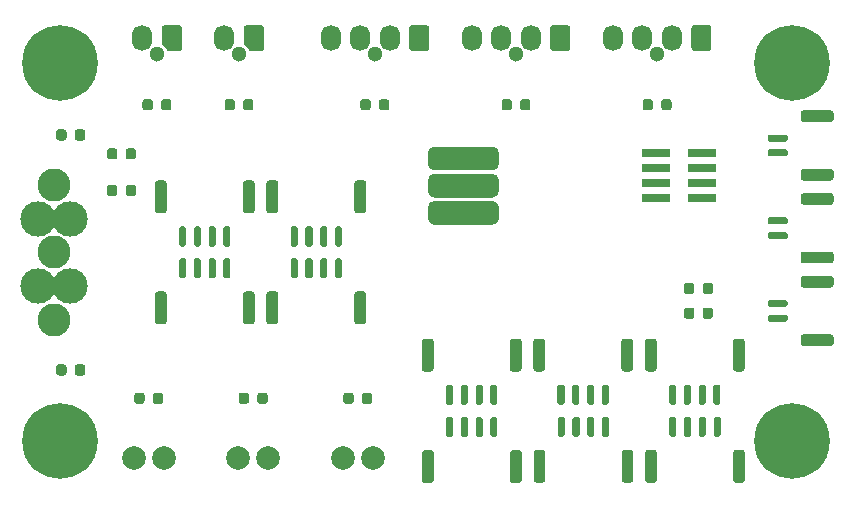
<source format=gbs>
%TF.GenerationSoftware,KiCad,Pcbnew,5.1.12-84ad8e8a86~92~ubuntu20.04.1*%
%TF.CreationDate,2021-12-19T14:53:55+01:00*%
%TF.ProjectId,uHoubolt_PCB_ECU,75486f75-626f-46c7-945f-5043425f4543,rev?*%
%TF.SameCoordinates,PX7270e00PY4c4b400*%
%TF.FileFunction,Soldermask,Bot*%
%TF.FilePolarity,Negative*%
%FSLAX46Y46*%
G04 Gerber Fmt 4.6, Leading zero omitted, Abs format (unit mm)*
G04 Created by KiCad (PCBNEW 5.1.12-84ad8e8a86~92~ubuntu20.04.1) date 2021-12-19 14:53:55*
%MOMM*%
%LPD*%
G01*
G04 APERTURE LIST*
%ADD10C,0.500000*%
%ADD11C,3.000000*%
%ADD12C,2.800000*%
%ADD13C,1.300000*%
%ADD14O,1.700000X2.200000*%
%ADD15C,0.100000*%
%ADD16C,2.000000*%
%ADD17C,0.800000*%
%ADD18C,6.400000*%
%ADD19R,2.400000X0.740000*%
G04 APERTURE END LIST*
D10*
%TO.C,JP2*%
X37100000Y-16650000D03*
X40600000Y-16650000D03*
X39200000Y-16650000D03*
X37100000Y-15950000D03*
X40600000Y-17350000D03*
X39900000Y-16650000D03*
X39200000Y-15950000D03*
X35700000Y-16650000D03*
X35700000Y-17350000D03*
X38500000Y-17350000D03*
X37800000Y-17350000D03*
X37100000Y-17350000D03*
X36400000Y-17350000D03*
X38500000Y-16650000D03*
X37800000Y-16650000D03*
X36400000Y-15950000D03*
X36400000Y-16650000D03*
X39900000Y-17350000D03*
X39200000Y-17350000D03*
X35700000Y-15950000D03*
X39900000Y-15950000D03*
X38500000Y-15950000D03*
X40600000Y-15950000D03*
X37800000Y-15950000D03*
X37800000Y-14350000D03*
X40600000Y-15050000D03*
X37100000Y-13650000D03*
X39200000Y-14350000D03*
X40600000Y-14350000D03*
X37100000Y-14350000D03*
X36400000Y-13650000D03*
X36400000Y-14350000D03*
X39900000Y-14350000D03*
X36400000Y-15050000D03*
X37100000Y-15050000D03*
X37800000Y-15050000D03*
X38500000Y-15050000D03*
X35700000Y-15050000D03*
X35700000Y-14350000D03*
X39200000Y-13650000D03*
X38500000Y-14350000D03*
X37800000Y-13650000D03*
X40600000Y-13650000D03*
X38500000Y-13650000D03*
X39900000Y-13650000D03*
X35700000Y-13650000D03*
X39200000Y-15050000D03*
X39900000Y-15050000D03*
G36*
G01*
X41150000Y-16150000D02*
X41150000Y-17150000D01*
G75*
G02*
X40650000Y-17650000I-500000J0D01*
G01*
X35650000Y-17650000D01*
G75*
G02*
X35150000Y-17150000I0J500000D01*
G01*
X35150000Y-16150000D01*
G75*
G02*
X35650000Y-15650000I500000J0D01*
G01*
X40650000Y-15650000D01*
G75*
G02*
X41150000Y-16150000I0J-500000D01*
G01*
G37*
G36*
G01*
X41150000Y-11550000D02*
X41150000Y-12550000D01*
G75*
G02*
X40650000Y-13050000I-500000J0D01*
G01*
X35650000Y-13050000D01*
G75*
G02*
X35150000Y-12550000I0J500000D01*
G01*
X35150000Y-11550000D01*
G75*
G02*
X35650000Y-11050000I500000J0D01*
G01*
X40650000Y-11050000D01*
G75*
G02*
X41150000Y-11550000I0J-500000D01*
G01*
G37*
G36*
G01*
X41150000Y-13850000D02*
X41150000Y-14850000D01*
G75*
G02*
X40650000Y-15350000I-500000J0D01*
G01*
X35650000Y-15350000D01*
G75*
G02*
X35150000Y-14850000I0J500000D01*
G01*
X35150000Y-13850000D01*
G75*
G02*
X35650000Y-13350000I500000J0D01*
G01*
X40650000Y-13350000D01*
G75*
G02*
X41150000Y-13850000I0J-500000D01*
G01*
G37*
%TD*%
D11*
%TO.C,J1*%
X2160000Y-17150000D03*
X2160000Y-22850000D03*
X4840000Y-17150000D03*
X4840000Y-22850000D03*
D12*
X3500000Y-14300000D03*
X3500000Y-25700000D03*
X3500000Y-20000000D03*
%TD*%
D13*
%TO.C,J19*%
X42600000Y-3190000D03*
D14*
X38850000Y-1850000D03*
X41350000Y-1850000D03*
X43850000Y-1850000D03*
G36*
G01*
X46950000Y-2950000D02*
X45750000Y-2950000D01*
G75*
G02*
X45500000Y-2700000I0J250000D01*
G01*
X45500000Y-1000000D01*
G75*
G02*
X45750000Y-750000I250000J0D01*
G01*
X46950000Y-750000D01*
G75*
G02*
X47200000Y-1000000I0J-250000D01*
G01*
X47200000Y-2700000D01*
G75*
G02*
X46950000Y-2950000I-250000J0D01*
G01*
G37*
%TD*%
D13*
%TO.C,J18*%
X30650000Y-3190000D03*
D14*
X26900000Y-1850000D03*
X29400000Y-1850000D03*
X31900000Y-1850000D03*
G36*
G01*
X35000000Y-2950000D02*
X33800000Y-2950000D01*
G75*
G02*
X33550000Y-2700000I0J250000D01*
G01*
X33550000Y-1000000D01*
G75*
G02*
X33800000Y-750000I250000J0D01*
G01*
X35000000Y-750000D01*
G75*
G02*
X35250000Y-1000000I0J-250000D01*
G01*
X35250000Y-2700000D01*
G75*
G02*
X35000000Y-2950000I-250000J0D01*
G01*
G37*
%TD*%
D13*
%TO.C,J9*%
X54550000Y-3190000D03*
D14*
X50800000Y-1850000D03*
X53300000Y-1850000D03*
X55800000Y-1850000D03*
G36*
G01*
X58900000Y-2950000D02*
X57700000Y-2950000D01*
G75*
G02*
X57450000Y-2700000I0J250000D01*
G01*
X57450000Y-1000000D01*
G75*
G02*
X57700000Y-750000I250000J0D01*
G01*
X58900000Y-750000D01*
G75*
G02*
X59150000Y-1000000I0J-250000D01*
G01*
X59150000Y-2700000D01*
G75*
G02*
X58900000Y-2950000I-250000J0D01*
G01*
G37*
%TD*%
D13*
%TO.C,J20*%
X19160000Y-3190000D03*
D14*
X17910000Y-1850000D03*
D15*
G36*
X19564804Y-951227D02*
G01*
X19579030Y-904329D01*
X19602133Y-861107D01*
X19633223Y-823223D01*
X19671107Y-792133D01*
X19714329Y-769030D01*
X19761227Y-754804D01*
X19810000Y-750000D01*
X21010000Y-750000D01*
X21058773Y-754804D01*
X21105671Y-769030D01*
X21148893Y-792133D01*
X21186777Y-823223D01*
X21217867Y-861107D01*
X21240970Y-904329D01*
X21255196Y-951227D01*
X21260000Y-1000000D01*
X21260000Y-2700000D01*
X21255196Y-2748773D01*
X21240970Y-2795671D01*
X21217867Y-2838893D01*
X21186777Y-2876777D01*
X21148893Y-2907867D01*
X21105671Y-2930970D01*
X21058773Y-2945196D01*
X21010000Y-2950000D01*
X20210000Y-2950000D01*
X20161227Y-2945196D01*
X20114329Y-2930970D01*
X20071107Y-2907867D01*
X20033223Y-2876777D01*
X19633223Y-2476777D01*
X19602133Y-2438893D01*
X19579030Y-2395671D01*
X19564804Y-2348773D01*
X19560000Y-2300000D01*
X19560000Y-1000000D01*
X19564804Y-951227D01*
G37*
%TD*%
D13*
%TO.C,J10*%
X12210000Y-3190000D03*
D14*
X10960000Y-1850000D03*
D15*
G36*
X12614804Y-951227D02*
G01*
X12629030Y-904329D01*
X12652133Y-861107D01*
X12683223Y-823223D01*
X12721107Y-792133D01*
X12764329Y-769030D01*
X12811227Y-754804D01*
X12860000Y-750000D01*
X14060000Y-750000D01*
X14108773Y-754804D01*
X14155671Y-769030D01*
X14198893Y-792133D01*
X14236777Y-823223D01*
X14267867Y-861107D01*
X14290970Y-904329D01*
X14305196Y-951227D01*
X14310000Y-1000000D01*
X14310000Y-2700000D01*
X14305196Y-2748773D01*
X14290970Y-2795671D01*
X14267867Y-2838893D01*
X14236777Y-2876777D01*
X14198893Y-2907867D01*
X14155671Y-2930970D01*
X14108773Y-2945196D01*
X14060000Y-2950000D01*
X13260000Y-2950000D01*
X13211227Y-2945196D01*
X13164329Y-2930970D01*
X13121107Y-2907867D01*
X13083223Y-2876777D01*
X12683223Y-2476777D01*
X12652133Y-2438893D01*
X12629030Y-2395671D01*
X12614804Y-2348773D01*
X12610000Y-2300000D01*
X12610000Y-1000000D01*
X12614804Y-951227D01*
G37*
%TD*%
D16*
%TO.C,J22*%
X12770000Y-37400000D03*
X10230000Y-37400000D03*
%TD*%
%TO.C,J21*%
X21620000Y-37400000D03*
X19080000Y-37400000D03*
%TD*%
%TO.C,J11*%
X30470000Y-37400000D03*
X27930000Y-37400000D03*
%TD*%
%TO.C,D17*%
G36*
G01*
X9550000Y-11906250D02*
X9550000Y-11393750D01*
G75*
G02*
X9768750Y-11175000I218750J0D01*
G01*
X10206250Y-11175000D01*
G75*
G02*
X10425000Y-11393750I0J-218750D01*
G01*
X10425000Y-11906250D01*
G75*
G02*
X10206250Y-12125000I-218750J0D01*
G01*
X9768750Y-12125000D01*
G75*
G02*
X9550000Y-11906250I0J218750D01*
G01*
G37*
G36*
G01*
X7975000Y-11906250D02*
X7975000Y-11393750D01*
G75*
G02*
X8193750Y-11175000I218750J0D01*
G01*
X8631250Y-11175000D01*
G75*
G02*
X8850000Y-11393750I0J-218750D01*
G01*
X8850000Y-11906250D01*
G75*
G02*
X8631250Y-12125000I-218750J0D01*
G01*
X8193750Y-12125000D01*
G75*
G02*
X7975000Y-11906250I0J218750D01*
G01*
G37*
%TD*%
%TO.C,D3*%
G36*
G01*
X9550000Y-15006250D02*
X9550000Y-14493750D01*
G75*
G02*
X9768750Y-14275000I218750J0D01*
G01*
X10206250Y-14275000D01*
G75*
G02*
X10425000Y-14493750I0J-218750D01*
G01*
X10425000Y-15006250D01*
G75*
G02*
X10206250Y-15225000I-218750J0D01*
G01*
X9768750Y-15225000D01*
G75*
G02*
X9550000Y-15006250I0J218750D01*
G01*
G37*
G36*
G01*
X7975000Y-15006250D02*
X7975000Y-14493750D01*
G75*
G02*
X8193750Y-14275000I218750J0D01*
G01*
X8631250Y-14275000D01*
G75*
G02*
X8850000Y-14493750I0J-218750D01*
G01*
X8850000Y-15006250D01*
G75*
G02*
X8631250Y-15225000I-218750J0D01*
G01*
X8193750Y-15225000D01*
G75*
G02*
X7975000Y-15006250I0J218750D01*
G01*
G37*
%TD*%
%TO.C,D16*%
G36*
G01*
X42950000Y-7756250D02*
X42950000Y-7243750D01*
G75*
G02*
X43168750Y-7025000I218750J0D01*
G01*
X43606250Y-7025000D01*
G75*
G02*
X43825000Y-7243750I0J-218750D01*
G01*
X43825000Y-7756250D01*
G75*
G02*
X43606250Y-7975000I-218750J0D01*
G01*
X43168750Y-7975000D01*
G75*
G02*
X42950000Y-7756250I0J218750D01*
G01*
G37*
G36*
G01*
X41375000Y-7756250D02*
X41375000Y-7243750D01*
G75*
G02*
X41593750Y-7025000I218750J0D01*
G01*
X42031250Y-7025000D01*
G75*
G02*
X42250000Y-7243750I0J-218750D01*
G01*
X42250000Y-7756250D01*
G75*
G02*
X42031250Y-7975000I-218750J0D01*
G01*
X41593750Y-7975000D01*
G75*
G02*
X41375000Y-7756250I0J218750D01*
G01*
G37*
%TD*%
%TO.C,D15*%
G36*
G01*
X31000000Y-7756250D02*
X31000000Y-7243750D01*
G75*
G02*
X31218750Y-7025000I218750J0D01*
G01*
X31656250Y-7025000D01*
G75*
G02*
X31875000Y-7243750I0J-218750D01*
G01*
X31875000Y-7756250D01*
G75*
G02*
X31656250Y-7975000I-218750J0D01*
G01*
X31218750Y-7975000D01*
G75*
G02*
X31000000Y-7756250I0J218750D01*
G01*
G37*
G36*
G01*
X29425000Y-7756250D02*
X29425000Y-7243750D01*
G75*
G02*
X29643750Y-7025000I218750J0D01*
G01*
X30081250Y-7025000D01*
G75*
G02*
X30300000Y-7243750I0J-218750D01*
G01*
X30300000Y-7756250D01*
G75*
G02*
X30081250Y-7975000I-218750J0D01*
G01*
X29643750Y-7975000D01*
G75*
G02*
X29425000Y-7756250I0J218750D01*
G01*
G37*
%TD*%
%TO.C,D14*%
G36*
G01*
X54900000Y-7756250D02*
X54900000Y-7243750D01*
G75*
G02*
X55118750Y-7025000I218750J0D01*
G01*
X55556250Y-7025000D01*
G75*
G02*
X55775000Y-7243750I0J-218750D01*
G01*
X55775000Y-7756250D01*
G75*
G02*
X55556250Y-7975000I-218750J0D01*
G01*
X55118750Y-7975000D01*
G75*
G02*
X54900000Y-7756250I0J218750D01*
G01*
G37*
G36*
G01*
X53325000Y-7756250D02*
X53325000Y-7243750D01*
G75*
G02*
X53543750Y-7025000I218750J0D01*
G01*
X53981250Y-7025000D01*
G75*
G02*
X54200000Y-7243750I0J-218750D01*
G01*
X54200000Y-7756250D01*
G75*
G02*
X53981250Y-7975000I-218750J0D01*
G01*
X53543750Y-7975000D01*
G75*
G02*
X53325000Y-7756250I0J218750D01*
G01*
G37*
%TD*%
%TO.C,J23*%
G36*
G01*
X35625000Y-27550000D02*
X35625000Y-29850000D01*
G75*
G02*
X35375000Y-30100000I-250000J0D01*
G01*
X34875000Y-30100000D01*
G75*
G02*
X34625000Y-29850000I0J250000D01*
G01*
X34625000Y-27550000D01*
G75*
G02*
X34875000Y-27300000I250000J0D01*
G01*
X35375000Y-27300000D01*
G75*
G02*
X35625000Y-27550000I0J-250000D01*
G01*
G37*
G36*
G01*
X43075000Y-27550000D02*
X43075000Y-29850000D01*
G75*
G02*
X42825000Y-30100000I-250000J0D01*
G01*
X42325000Y-30100000D01*
G75*
G02*
X42075000Y-29850000I0J250000D01*
G01*
X42075000Y-27550000D01*
G75*
G02*
X42325000Y-27300000I250000J0D01*
G01*
X42825000Y-27300000D01*
G75*
G02*
X43075000Y-27550000I0J-250000D01*
G01*
G37*
G36*
G01*
X37275000Y-31350000D02*
X37275000Y-32750000D01*
G75*
G02*
X37125000Y-32900000I-150000J0D01*
G01*
X36825000Y-32900000D01*
G75*
G02*
X36675000Y-32750000I0J150000D01*
G01*
X36675000Y-31350000D01*
G75*
G02*
X36825000Y-31200000I150000J0D01*
G01*
X37125000Y-31200000D01*
G75*
G02*
X37275000Y-31350000I0J-150000D01*
G01*
G37*
G36*
G01*
X38525000Y-31350000D02*
X38525000Y-32750000D01*
G75*
G02*
X38375000Y-32900000I-150000J0D01*
G01*
X38075000Y-32900000D01*
G75*
G02*
X37925000Y-32750000I0J150000D01*
G01*
X37925000Y-31350000D01*
G75*
G02*
X38075000Y-31200000I150000J0D01*
G01*
X38375000Y-31200000D01*
G75*
G02*
X38525000Y-31350000I0J-150000D01*
G01*
G37*
G36*
G01*
X39775000Y-31350000D02*
X39775000Y-32750000D01*
G75*
G02*
X39625000Y-32900000I-150000J0D01*
G01*
X39325000Y-32900000D01*
G75*
G02*
X39175000Y-32750000I0J150000D01*
G01*
X39175000Y-31350000D01*
G75*
G02*
X39325000Y-31200000I150000J0D01*
G01*
X39625000Y-31200000D01*
G75*
G02*
X39775000Y-31350000I0J-150000D01*
G01*
G37*
G36*
G01*
X41025000Y-31350000D02*
X41025000Y-32750000D01*
G75*
G02*
X40875000Y-32900000I-150000J0D01*
G01*
X40575000Y-32900000D01*
G75*
G02*
X40425000Y-32750000I0J150000D01*
G01*
X40425000Y-31350000D01*
G75*
G02*
X40575000Y-31200000I150000J0D01*
G01*
X40875000Y-31200000D01*
G75*
G02*
X41025000Y-31350000I0J-150000D01*
G01*
G37*
%TD*%
%TO.C,J38*%
G36*
G01*
X19475000Y-25850000D02*
X19475000Y-23550000D01*
G75*
G02*
X19725000Y-23300000I250000J0D01*
G01*
X20225000Y-23300000D01*
G75*
G02*
X20475000Y-23550000I0J-250000D01*
G01*
X20475000Y-25850000D01*
G75*
G02*
X20225000Y-26100000I-250000J0D01*
G01*
X19725000Y-26100000D01*
G75*
G02*
X19475000Y-25850000I0J250000D01*
G01*
G37*
G36*
G01*
X12025000Y-25850000D02*
X12025000Y-23550000D01*
G75*
G02*
X12275000Y-23300000I250000J0D01*
G01*
X12775000Y-23300000D01*
G75*
G02*
X13025000Y-23550000I0J-250000D01*
G01*
X13025000Y-25850000D01*
G75*
G02*
X12775000Y-26100000I-250000J0D01*
G01*
X12275000Y-26100000D01*
G75*
G02*
X12025000Y-25850000I0J250000D01*
G01*
G37*
G36*
G01*
X17825000Y-22050000D02*
X17825000Y-20650000D01*
G75*
G02*
X17975000Y-20500000I150000J0D01*
G01*
X18275000Y-20500000D01*
G75*
G02*
X18425000Y-20650000I0J-150000D01*
G01*
X18425000Y-22050000D01*
G75*
G02*
X18275000Y-22200000I-150000J0D01*
G01*
X17975000Y-22200000D01*
G75*
G02*
X17825000Y-22050000I0J150000D01*
G01*
G37*
G36*
G01*
X16575000Y-22050000D02*
X16575000Y-20650000D01*
G75*
G02*
X16725000Y-20500000I150000J0D01*
G01*
X17025000Y-20500000D01*
G75*
G02*
X17175000Y-20650000I0J-150000D01*
G01*
X17175000Y-22050000D01*
G75*
G02*
X17025000Y-22200000I-150000J0D01*
G01*
X16725000Y-22200000D01*
G75*
G02*
X16575000Y-22050000I0J150000D01*
G01*
G37*
G36*
G01*
X15325000Y-22050000D02*
X15325000Y-20650000D01*
G75*
G02*
X15475000Y-20500000I150000J0D01*
G01*
X15775000Y-20500000D01*
G75*
G02*
X15925000Y-20650000I0J-150000D01*
G01*
X15925000Y-22050000D01*
G75*
G02*
X15775000Y-22200000I-150000J0D01*
G01*
X15475000Y-22200000D01*
G75*
G02*
X15325000Y-22050000I0J150000D01*
G01*
G37*
G36*
G01*
X14075000Y-22050000D02*
X14075000Y-20650000D01*
G75*
G02*
X14225000Y-20500000I150000J0D01*
G01*
X14525000Y-20500000D01*
G75*
G02*
X14675000Y-20650000I0J-150000D01*
G01*
X14675000Y-22050000D01*
G75*
G02*
X14525000Y-22200000I-150000J0D01*
G01*
X14225000Y-22200000D01*
G75*
G02*
X14075000Y-22050000I0J150000D01*
G01*
G37*
%TD*%
%TO.C,J37*%
G36*
G01*
X28925000Y-25850000D02*
X28925000Y-23550000D01*
G75*
G02*
X29175000Y-23300000I250000J0D01*
G01*
X29675000Y-23300000D01*
G75*
G02*
X29925000Y-23550000I0J-250000D01*
G01*
X29925000Y-25850000D01*
G75*
G02*
X29675000Y-26100000I-250000J0D01*
G01*
X29175000Y-26100000D01*
G75*
G02*
X28925000Y-25850000I0J250000D01*
G01*
G37*
G36*
G01*
X21475000Y-25850000D02*
X21475000Y-23550000D01*
G75*
G02*
X21725000Y-23300000I250000J0D01*
G01*
X22225000Y-23300000D01*
G75*
G02*
X22475000Y-23550000I0J-250000D01*
G01*
X22475000Y-25850000D01*
G75*
G02*
X22225000Y-26100000I-250000J0D01*
G01*
X21725000Y-26100000D01*
G75*
G02*
X21475000Y-25850000I0J250000D01*
G01*
G37*
G36*
G01*
X27275000Y-22050000D02*
X27275000Y-20650000D01*
G75*
G02*
X27425000Y-20500000I150000J0D01*
G01*
X27725000Y-20500000D01*
G75*
G02*
X27875000Y-20650000I0J-150000D01*
G01*
X27875000Y-22050000D01*
G75*
G02*
X27725000Y-22200000I-150000J0D01*
G01*
X27425000Y-22200000D01*
G75*
G02*
X27275000Y-22050000I0J150000D01*
G01*
G37*
G36*
G01*
X26025000Y-22050000D02*
X26025000Y-20650000D01*
G75*
G02*
X26175000Y-20500000I150000J0D01*
G01*
X26475000Y-20500000D01*
G75*
G02*
X26625000Y-20650000I0J-150000D01*
G01*
X26625000Y-22050000D01*
G75*
G02*
X26475000Y-22200000I-150000J0D01*
G01*
X26175000Y-22200000D01*
G75*
G02*
X26025000Y-22050000I0J150000D01*
G01*
G37*
G36*
G01*
X24775000Y-22050000D02*
X24775000Y-20650000D01*
G75*
G02*
X24925000Y-20500000I150000J0D01*
G01*
X25225000Y-20500000D01*
G75*
G02*
X25375000Y-20650000I0J-150000D01*
G01*
X25375000Y-22050000D01*
G75*
G02*
X25225000Y-22200000I-150000J0D01*
G01*
X24925000Y-22200000D01*
G75*
G02*
X24775000Y-22050000I0J150000D01*
G01*
G37*
G36*
G01*
X23525000Y-22050000D02*
X23525000Y-20650000D01*
G75*
G02*
X23675000Y-20500000I150000J0D01*
G01*
X23975000Y-20500000D01*
G75*
G02*
X24125000Y-20650000I0J-150000D01*
G01*
X24125000Y-22050000D01*
G75*
G02*
X23975000Y-22200000I-150000J0D01*
G01*
X23675000Y-22200000D01*
G75*
G02*
X23525000Y-22050000I0J150000D01*
G01*
G37*
%TD*%
%TO.C,J36*%
G36*
G01*
X13025000Y-14150000D02*
X13025000Y-16450000D01*
G75*
G02*
X12775000Y-16700000I-250000J0D01*
G01*
X12275000Y-16700000D01*
G75*
G02*
X12025000Y-16450000I0J250000D01*
G01*
X12025000Y-14150000D01*
G75*
G02*
X12275000Y-13900000I250000J0D01*
G01*
X12775000Y-13900000D01*
G75*
G02*
X13025000Y-14150000I0J-250000D01*
G01*
G37*
G36*
G01*
X20475000Y-14150000D02*
X20475000Y-16450000D01*
G75*
G02*
X20225000Y-16700000I-250000J0D01*
G01*
X19725000Y-16700000D01*
G75*
G02*
X19475000Y-16450000I0J250000D01*
G01*
X19475000Y-14150000D01*
G75*
G02*
X19725000Y-13900000I250000J0D01*
G01*
X20225000Y-13900000D01*
G75*
G02*
X20475000Y-14150000I0J-250000D01*
G01*
G37*
G36*
G01*
X14675000Y-17950000D02*
X14675000Y-19350000D01*
G75*
G02*
X14525000Y-19500000I-150000J0D01*
G01*
X14225000Y-19500000D01*
G75*
G02*
X14075000Y-19350000I0J150000D01*
G01*
X14075000Y-17950000D01*
G75*
G02*
X14225000Y-17800000I150000J0D01*
G01*
X14525000Y-17800000D01*
G75*
G02*
X14675000Y-17950000I0J-150000D01*
G01*
G37*
G36*
G01*
X15925000Y-17950000D02*
X15925000Y-19350000D01*
G75*
G02*
X15775000Y-19500000I-150000J0D01*
G01*
X15475000Y-19500000D01*
G75*
G02*
X15325000Y-19350000I0J150000D01*
G01*
X15325000Y-17950000D01*
G75*
G02*
X15475000Y-17800000I150000J0D01*
G01*
X15775000Y-17800000D01*
G75*
G02*
X15925000Y-17950000I0J-150000D01*
G01*
G37*
G36*
G01*
X17175000Y-17950000D02*
X17175000Y-19350000D01*
G75*
G02*
X17025000Y-19500000I-150000J0D01*
G01*
X16725000Y-19500000D01*
G75*
G02*
X16575000Y-19350000I0J150000D01*
G01*
X16575000Y-17950000D01*
G75*
G02*
X16725000Y-17800000I150000J0D01*
G01*
X17025000Y-17800000D01*
G75*
G02*
X17175000Y-17950000I0J-150000D01*
G01*
G37*
G36*
G01*
X18425000Y-17950000D02*
X18425000Y-19350000D01*
G75*
G02*
X18275000Y-19500000I-150000J0D01*
G01*
X17975000Y-19500000D01*
G75*
G02*
X17825000Y-19350000I0J150000D01*
G01*
X17825000Y-17950000D01*
G75*
G02*
X17975000Y-17800000I150000J0D01*
G01*
X18275000Y-17800000D01*
G75*
G02*
X18425000Y-17950000I0J-150000D01*
G01*
G37*
%TD*%
%TO.C,J35*%
G36*
G01*
X22475000Y-14150000D02*
X22475000Y-16450000D01*
G75*
G02*
X22225000Y-16700000I-250000J0D01*
G01*
X21725000Y-16700000D01*
G75*
G02*
X21475000Y-16450000I0J250000D01*
G01*
X21475000Y-14150000D01*
G75*
G02*
X21725000Y-13900000I250000J0D01*
G01*
X22225000Y-13900000D01*
G75*
G02*
X22475000Y-14150000I0J-250000D01*
G01*
G37*
G36*
G01*
X29925000Y-14150000D02*
X29925000Y-16450000D01*
G75*
G02*
X29675000Y-16700000I-250000J0D01*
G01*
X29175000Y-16700000D01*
G75*
G02*
X28925000Y-16450000I0J250000D01*
G01*
X28925000Y-14150000D01*
G75*
G02*
X29175000Y-13900000I250000J0D01*
G01*
X29675000Y-13900000D01*
G75*
G02*
X29925000Y-14150000I0J-250000D01*
G01*
G37*
G36*
G01*
X24125000Y-17950000D02*
X24125000Y-19350000D01*
G75*
G02*
X23975000Y-19500000I-150000J0D01*
G01*
X23675000Y-19500000D01*
G75*
G02*
X23525000Y-19350000I0J150000D01*
G01*
X23525000Y-17950000D01*
G75*
G02*
X23675000Y-17800000I150000J0D01*
G01*
X23975000Y-17800000D01*
G75*
G02*
X24125000Y-17950000I0J-150000D01*
G01*
G37*
G36*
G01*
X25375000Y-17950000D02*
X25375000Y-19350000D01*
G75*
G02*
X25225000Y-19500000I-150000J0D01*
G01*
X24925000Y-19500000D01*
G75*
G02*
X24775000Y-19350000I0J150000D01*
G01*
X24775000Y-17950000D01*
G75*
G02*
X24925000Y-17800000I150000J0D01*
G01*
X25225000Y-17800000D01*
G75*
G02*
X25375000Y-17950000I0J-150000D01*
G01*
G37*
G36*
G01*
X26625000Y-17950000D02*
X26625000Y-19350000D01*
G75*
G02*
X26475000Y-19500000I-150000J0D01*
G01*
X26175000Y-19500000D01*
G75*
G02*
X26025000Y-19350000I0J150000D01*
G01*
X26025000Y-17950000D01*
G75*
G02*
X26175000Y-17800000I150000J0D01*
G01*
X26475000Y-17800000D01*
G75*
G02*
X26625000Y-17950000I0J-150000D01*
G01*
G37*
G36*
G01*
X27875000Y-17950000D02*
X27875000Y-19350000D01*
G75*
G02*
X27725000Y-19500000I-150000J0D01*
G01*
X27425000Y-19500000D01*
G75*
G02*
X27275000Y-19350000I0J150000D01*
G01*
X27275000Y-17950000D01*
G75*
G02*
X27425000Y-17800000I150000J0D01*
G01*
X27725000Y-17800000D01*
G75*
G02*
X27875000Y-17950000I0J-150000D01*
G01*
G37*
%TD*%
%TO.C,J17*%
G36*
G01*
X69250000Y-8975000D02*
X66950000Y-8975000D01*
G75*
G02*
X66700000Y-8725000I0J250000D01*
G01*
X66700000Y-8225000D01*
G75*
G02*
X66950000Y-7975000I250000J0D01*
G01*
X69250000Y-7975000D01*
G75*
G02*
X69500000Y-8225000I0J-250000D01*
G01*
X69500000Y-8725000D01*
G75*
G02*
X69250000Y-8975000I-250000J0D01*
G01*
G37*
G36*
G01*
X69250000Y-13925000D02*
X66950000Y-13925000D01*
G75*
G02*
X66700000Y-13675000I0J250000D01*
G01*
X66700000Y-13175000D01*
G75*
G02*
X66950000Y-12925000I250000J0D01*
G01*
X69250000Y-12925000D01*
G75*
G02*
X69500000Y-13175000I0J-250000D01*
G01*
X69500000Y-13675000D01*
G75*
G02*
X69250000Y-13925000I-250000J0D01*
G01*
G37*
G36*
G01*
X65450000Y-10625000D02*
X64050000Y-10625000D01*
G75*
G02*
X63900000Y-10475000I0J150000D01*
G01*
X63900000Y-10175000D01*
G75*
G02*
X64050000Y-10025000I150000J0D01*
G01*
X65450000Y-10025000D01*
G75*
G02*
X65600000Y-10175000I0J-150000D01*
G01*
X65600000Y-10475000D01*
G75*
G02*
X65450000Y-10625000I-150000J0D01*
G01*
G37*
G36*
G01*
X65450000Y-11875000D02*
X64050000Y-11875000D01*
G75*
G02*
X63900000Y-11725000I0J150000D01*
G01*
X63900000Y-11425000D01*
G75*
G02*
X64050000Y-11275000I150000J0D01*
G01*
X65450000Y-11275000D01*
G75*
G02*
X65600000Y-11425000I0J-150000D01*
G01*
X65600000Y-11725000D01*
G75*
G02*
X65450000Y-11875000I-150000J0D01*
G01*
G37*
%TD*%
%TO.C,J16*%
G36*
G01*
X69250000Y-22975000D02*
X66950000Y-22975000D01*
G75*
G02*
X66700000Y-22725000I0J250000D01*
G01*
X66700000Y-22225000D01*
G75*
G02*
X66950000Y-21975000I250000J0D01*
G01*
X69250000Y-21975000D01*
G75*
G02*
X69500000Y-22225000I0J-250000D01*
G01*
X69500000Y-22725000D01*
G75*
G02*
X69250000Y-22975000I-250000J0D01*
G01*
G37*
G36*
G01*
X69250000Y-27925000D02*
X66950000Y-27925000D01*
G75*
G02*
X66700000Y-27675000I0J250000D01*
G01*
X66700000Y-27175000D01*
G75*
G02*
X66950000Y-26925000I250000J0D01*
G01*
X69250000Y-26925000D01*
G75*
G02*
X69500000Y-27175000I0J-250000D01*
G01*
X69500000Y-27675000D01*
G75*
G02*
X69250000Y-27925000I-250000J0D01*
G01*
G37*
G36*
G01*
X65450000Y-24625000D02*
X64050000Y-24625000D01*
G75*
G02*
X63900000Y-24475000I0J150000D01*
G01*
X63900000Y-24175000D01*
G75*
G02*
X64050000Y-24025000I150000J0D01*
G01*
X65450000Y-24025000D01*
G75*
G02*
X65600000Y-24175000I0J-150000D01*
G01*
X65600000Y-24475000D01*
G75*
G02*
X65450000Y-24625000I-150000J0D01*
G01*
G37*
G36*
G01*
X65450000Y-25875000D02*
X64050000Y-25875000D01*
G75*
G02*
X63900000Y-25725000I0J150000D01*
G01*
X63900000Y-25425000D01*
G75*
G02*
X64050000Y-25275000I150000J0D01*
G01*
X65450000Y-25275000D01*
G75*
G02*
X65600000Y-25425000I0J-150000D01*
G01*
X65600000Y-25725000D01*
G75*
G02*
X65450000Y-25875000I-150000J0D01*
G01*
G37*
%TD*%
%TO.C,J15*%
G36*
G01*
X45065000Y-27540000D02*
X45065000Y-29840000D01*
G75*
G02*
X44815000Y-30090000I-250000J0D01*
G01*
X44315000Y-30090000D01*
G75*
G02*
X44065000Y-29840000I0J250000D01*
G01*
X44065000Y-27540000D01*
G75*
G02*
X44315000Y-27290000I250000J0D01*
G01*
X44815000Y-27290000D01*
G75*
G02*
X45065000Y-27540000I0J-250000D01*
G01*
G37*
G36*
G01*
X52515000Y-27540000D02*
X52515000Y-29840000D01*
G75*
G02*
X52265000Y-30090000I-250000J0D01*
G01*
X51765000Y-30090000D01*
G75*
G02*
X51515000Y-29840000I0J250000D01*
G01*
X51515000Y-27540000D01*
G75*
G02*
X51765000Y-27290000I250000J0D01*
G01*
X52265000Y-27290000D01*
G75*
G02*
X52515000Y-27540000I0J-250000D01*
G01*
G37*
G36*
G01*
X46715000Y-31340000D02*
X46715000Y-32740000D01*
G75*
G02*
X46565000Y-32890000I-150000J0D01*
G01*
X46265000Y-32890000D01*
G75*
G02*
X46115000Y-32740000I0J150000D01*
G01*
X46115000Y-31340000D01*
G75*
G02*
X46265000Y-31190000I150000J0D01*
G01*
X46565000Y-31190000D01*
G75*
G02*
X46715000Y-31340000I0J-150000D01*
G01*
G37*
G36*
G01*
X47965000Y-31340000D02*
X47965000Y-32740000D01*
G75*
G02*
X47815000Y-32890000I-150000J0D01*
G01*
X47515000Y-32890000D01*
G75*
G02*
X47365000Y-32740000I0J150000D01*
G01*
X47365000Y-31340000D01*
G75*
G02*
X47515000Y-31190000I150000J0D01*
G01*
X47815000Y-31190000D01*
G75*
G02*
X47965000Y-31340000I0J-150000D01*
G01*
G37*
G36*
G01*
X49215000Y-31340000D02*
X49215000Y-32740000D01*
G75*
G02*
X49065000Y-32890000I-150000J0D01*
G01*
X48765000Y-32890000D01*
G75*
G02*
X48615000Y-32740000I0J150000D01*
G01*
X48615000Y-31340000D01*
G75*
G02*
X48765000Y-31190000I150000J0D01*
G01*
X49065000Y-31190000D01*
G75*
G02*
X49215000Y-31340000I0J-150000D01*
G01*
G37*
G36*
G01*
X50465000Y-31340000D02*
X50465000Y-32740000D01*
G75*
G02*
X50315000Y-32890000I-150000J0D01*
G01*
X50015000Y-32890000D01*
G75*
G02*
X49865000Y-32740000I0J150000D01*
G01*
X49865000Y-31340000D01*
G75*
G02*
X50015000Y-31190000I150000J0D01*
G01*
X50315000Y-31190000D01*
G75*
G02*
X50465000Y-31340000I0J-150000D01*
G01*
G37*
%TD*%
%TO.C,J14*%
G36*
G01*
X60975000Y-39260000D02*
X60975000Y-36960000D01*
G75*
G02*
X61225000Y-36710000I250000J0D01*
G01*
X61725000Y-36710000D01*
G75*
G02*
X61975000Y-36960000I0J-250000D01*
G01*
X61975000Y-39260000D01*
G75*
G02*
X61725000Y-39510000I-250000J0D01*
G01*
X61225000Y-39510000D01*
G75*
G02*
X60975000Y-39260000I0J250000D01*
G01*
G37*
G36*
G01*
X53525000Y-39260000D02*
X53525000Y-36960000D01*
G75*
G02*
X53775000Y-36710000I250000J0D01*
G01*
X54275000Y-36710000D01*
G75*
G02*
X54525000Y-36960000I0J-250000D01*
G01*
X54525000Y-39260000D01*
G75*
G02*
X54275000Y-39510000I-250000J0D01*
G01*
X53775000Y-39510000D01*
G75*
G02*
X53525000Y-39260000I0J250000D01*
G01*
G37*
G36*
G01*
X59325000Y-35460000D02*
X59325000Y-34060000D01*
G75*
G02*
X59475000Y-33910000I150000J0D01*
G01*
X59775000Y-33910000D01*
G75*
G02*
X59925000Y-34060000I0J-150000D01*
G01*
X59925000Y-35460000D01*
G75*
G02*
X59775000Y-35610000I-150000J0D01*
G01*
X59475000Y-35610000D01*
G75*
G02*
X59325000Y-35460000I0J150000D01*
G01*
G37*
G36*
G01*
X58075000Y-35460000D02*
X58075000Y-34060000D01*
G75*
G02*
X58225000Y-33910000I150000J0D01*
G01*
X58525000Y-33910000D01*
G75*
G02*
X58675000Y-34060000I0J-150000D01*
G01*
X58675000Y-35460000D01*
G75*
G02*
X58525000Y-35610000I-150000J0D01*
G01*
X58225000Y-35610000D01*
G75*
G02*
X58075000Y-35460000I0J150000D01*
G01*
G37*
G36*
G01*
X56825000Y-35460000D02*
X56825000Y-34060000D01*
G75*
G02*
X56975000Y-33910000I150000J0D01*
G01*
X57275000Y-33910000D01*
G75*
G02*
X57425000Y-34060000I0J-150000D01*
G01*
X57425000Y-35460000D01*
G75*
G02*
X57275000Y-35610000I-150000J0D01*
G01*
X56975000Y-35610000D01*
G75*
G02*
X56825000Y-35460000I0J150000D01*
G01*
G37*
G36*
G01*
X55575000Y-35460000D02*
X55575000Y-34060000D01*
G75*
G02*
X55725000Y-33910000I150000J0D01*
G01*
X56025000Y-33910000D01*
G75*
G02*
X56175000Y-34060000I0J-150000D01*
G01*
X56175000Y-35460000D01*
G75*
G02*
X56025000Y-35610000I-150000J0D01*
G01*
X55725000Y-35610000D01*
G75*
G02*
X55575000Y-35460000I0J150000D01*
G01*
G37*
%TD*%
%TO.C,J13*%
G36*
G01*
X51535000Y-39260000D02*
X51535000Y-36960000D01*
G75*
G02*
X51785000Y-36710000I250000J0D01*
G01*
X52285000Y-36710000D01*
G75*
G02*
X52535000Y-36960000I0J-250000D01*
G01*
X52535000Y-39260000D01*
G75*
G02*
X52285000Y-39510000I-250000J0D01*
G01*
X51785000Y-39510000D01*
G75*
G02*
X51535000Y-39260000I0J250000D01*
G01*
G37*
G36*
G01*
X44085000Y-39260000D02*
X44085000Y-36960000D01*
G75*
G02*
X44335000Y-36710000I250000J0D01*
G01*
X44835000Y-36710000D01*
G75*
G02*
X45085000Y-36960000I0J-250000D01*
G01*
X45085000Y-39260000D01*
G75*
G02*
X44835000Y-39510000I-250000J0D01*
G01*
X44335000Y-39510000D01*
G75*
G02*
X44085000Y-39260000I0J250000D01*
G01*
G37*
G36*
G01*
X49885000Y-35460000D02*
X49885000Y-34060000D01*
G75*
G02*
X50035000Y-33910000I150000J0D01*
G01*
X50335000Y-33910000D01*
G75*
G02*
X50485000Y-34060000I0J-150000D01*
G01*
X50485000Y-35460000D01*
G75*
G02*
X50335000Y-35610000I-150000J0D01*
G01*
X50035000Y-35610000D01*
G75*
G02*
X49885000Y-35460000I0J150000D01*
G01*
G37*
G36*
G01*
X48635000Y-35460000D02*
X48635000Y-34060000D01*
G75*
G02*
X48785000Y-33910000I150000J0D01*
G01*
X49085000Y-33910000D01*
G75*
G02*
X49235000Y-34060000I0J-150000D01*
G01*
X49235000Y-35460000D01*
G75*
G02*
X49085000Y-35610000I-150000J0D01*
G01*
X48785000Y-35610000D01*
G75*
G02*
X48635000Y-35460000I0J150000D01*
G01*
G37*
G36*
G01*
X47385000Y-35460000D02*
X47385000Y-34060000D01*
G75*
G02*
X47535000Y-33910000I150000J0D01*
G01*
X47835000Y-33910000D01*
G75*
G02*
X47985000Y-34060000I0J-150000D01*
G01*
X47985000Y-35460000D01*
G75*
G02*
X47835000Y-35610000I-150000J0D01*
G01*
X47535000Y-35610000D01*
G75*
G02*
X47385000Y-35460000I0J150000D01*
G01*
G37*
G36*
G01*
X46135000Y-35460000D02*
X46135000Y-34060000D01*
G75*
G02*
X46285000Y-33910000I150000J0D01*
G01*
X46585000Y-33910000D01*
G75*
G02*
X46735000Y-34060000I0J-150000D01*
G01*
X46735000Y-35460000D01*
G75*
G02*
X46585000Y-35610000I-150000J0D01*
G01*
X46285000Y-35610000D01*
G75*
G02*
X46135000Y-35460000I0J150000D01*
G01*
G37*
%TD*%
%TO.C,J12*%
G36*
G01*
X42085000Y-39280000D02*
X42085000Y-36980000D01*
G75*
G02*
X42335000Y-36730000I250000J0D01*
G01*
X42835000Y-36730000D01*
G75*
G02*
X43085000Y-36980000I0J-250000D01*
G01*
X43085000Y-39280000D01*
G75*
G02*
X42835000Y-39530000I-250000J0D01*
G01*
X42335000Y-39530000D01*
G75*
G02*
X42085000Y-39280000I0J250000D01*
G01*
G37*
G36*
G01*
X34635000Y-39280000D02*
X34635000Y-36980000D01*
G75*
G02*
X34885000Y-36730000I250000J0D01*
G01*
X35385000Y-36730000D01*
G75*
G02*
X35635000Y-36980000I0J-250000D01*
G01*
X35635000Y-39280000D01*
G75*
G02*
X35385000Y-39530000I-250000J0D01*
G01*
X34885000Y-39530000D01*
G75*
G02*
X34635000Y-39280000I0J250000D01*
G01*
G37*
G36*
G01*
X40435000Y-35480000D02*
X40435000Y-34080000D01*
G75*
G02*
X40585000Y-33930000I150000J0D01*
G01*
X40885000Y-33930000D01*
G75*
G02*
X41035000Y-34080000I0J-150000D01*
G01*
X41035000Y-35480000D01*
G75*
G02*
X40885000Y-35630000I-150000J0D01*
G01*
X40585000Y-35630000D01*
G75*
G02*
X40435000Y-35480000I0J150000D01*
G01*
G37*
G36*
G01*
X39185000Y-35480000D02*
X39185000Y-34080000D01*
G75*
G02*
X39335000Y-33930000I150000J0D01*
G01*
X39635000Y-33930000D01*
G75*
G02*
X39785000Y-34080000I0J-150000D01*
G01*
X39785000Y-35480000D01*
G75*
G02*
X39635000Y-35630000I-150000J0D01*
G01*
X39335000Y-35630000D01*
G75*
G02*
X39185000Y-35480000I0J150000D01*
G01*
G37*
G36*
G01*
X37935000Y-35480000D02*
X37935000Y-34080000D01*
G75*
G02*
X38085000Y-33930000I150000J0D01*
G01*
X38385000Y-33930000D01*
G75*
G02*
X38535000Y-34080000I0J-150000D01*
G01*
X38535000Y-35480000D01*
G75*
G02*
X38385000Y-35630000I-150000J0D01*
G01*
X38085000Y-35630000D01*
G75*
G02*
X37935000Y-35480000I0J150000D01*
G01*
G37*
G36*
G01*
X36685000Y-35480000D02*
X36685000Y-34080000D01*
G75*
G02*
X36835000Y-33930000I150000J0D01*
G01*
X37135000Y-33930000D01*
G75*
G02*
X37285000Y-34080000I0J-150000D01*
G01*
X37285000Y-35480000D01*
G75*
G02*
X37135000Y-35630000I-150000J0D01*
G01*
X36835000Y-35630000D01*
G75*
G02*
X36685000Y-35480000I0J150000D01*
G01*
G37*
%TD*%
%TO.C,J8*%
G36*
G01*
X69250000Y-15975000D02*
X66950000Y-15975000D01*
G75*
G02*
X66700000Y-15725000I0J250000D01*
G01*
X66700000Y-15225000D01*
G75*
G02*
X66950000Y-14975000I250000J0D01*
G01*
X69250000Y-14975000D01*
G75*
G02*
X69500000Y-15225000I0J-250000D01*
G01*
X69500000Y-15725000D01*
G75*
G02*
X69250000Y-15975000I-250000J0D01*
G01*
G37*
G36*
G01*
X69250000Y-20925000D02*
X66950000Y-20925000D01*
G75*
G02*
X66700000Y-20675000I0J250000D01*
G01*
X66700000Y-20175000D01*
G75*
G02*
X66950000Y-19925000I250000J0D01*
G01*
X69250000Y-19925000D01*
G75*
G02*
X69500000Y-20175000I0J-250000D01*
G01*
X69500000Y-20675000D01*
G75*
G02*
X69250000Y-20925000I-250000J0D01*
G01*
G37*
G36*
G01*
X65450000Y-17625000D02*
X64050000Y-17625000D01*
G75*
G02*
X63900000Y-17475000I0J150000D01*
G01*
X63900000Y-17175000D01*
G75*
G02*
X64050000Y-17025000I150000J0D01*
G01*
X65450000Y-17025000D01*
G75*
G02*
X65600000Y-17175000I0J-150000D01*
G01*
X65600000Y-17475000D01*
G75*
G02*
X65450000Y-17625000I-150000J0D01*
G01*
G37*
G36*
G01*
X65450000Y-18875000D02*
X64050000Y-18875000D01*
G75*
G02*
X63900000Y-18725000I0J150000D01*
G01*
X63900000Y-18425000D01*
G75*
G02*
X64050000Y-18275000I150000J0D01*
G01*
X65450000Y-18275000D01*
G75*
G02*
X65600000Y-18425000I0J-150000D01*
G01*
X65600000Y-18725000D01*
G75*
G02*
X65450000Y-18875000I-150000J0D01*
G01*
G37*
%TD*%
%TO.C,J7*%
G36*
G01*
X54515000Y-27540000D02*
X54515000Y-29840000D01*
G75*
G02*
X54265000Y-30090000I-250000J0D01*
G01*
X53765000Y-30090000D01*
G75*
G02*
X53515000Y-29840000I0J250000D01*
G01*
X53515000Y-27540000D01*
G75*
G02*
X53765000Y-27290000I250000J0D01*
G01*
X54265000Y-27290000D01*
G75*
G02*
X54515000Y-27540000I0J-250000D01*
G01*
G37*
G36*
G01*
X61965000Y-27540000D02*
X61965000Y-29840000D01*
G75*
G02*
X61715000Y-30090000I-250000J0D01*
G01*
X61215000Y-30090000D01*
G75*
G02*
X60965000Y-29840000I0J250000D01*
G01*
X60965000Y-27540000D01*
G75*
G02*
X61215000Y-27290000I250000J0D01*
G01*
X61715000Y-27290000D01*
G75*
G02*
X61965000Y-27540000I0J-250000D01*
G01*
G37*
G36*
G01*
X56165000Y-31340000D02*
X56165000Y-32740000D01*
G75*
G02*
X56015000Y-32890000I-150000J0D01*
G01*
X55715000Y-32890000D01*
G75*
G02*
X55565000Y-32740000I0J150000D01*
G01*
X55565000Y-31340000D01*
G75*
G02*
X55715000Y-31190000I150000J0D01*
G01*
X56015000Y-31190000D01*
G75*
G02*
X56165000Y-31340000I0J-150000D01*
G01*
G37*
G36*
G01*
X57415000Y-31340000D02*
X57415000Y-32740000D01*
G75*
G02*
X57265000Y-32890000I-150000J0D01*
G01*
X56965000Y-32890000D01*
G75*
G02*
X56815000Y-32740000I0J150000D01*
G01*
X56815000Y-31340000D01*
G75*
G02*
X56965000Y-31190000I150000J0D01*
G01*
X57265000Y-31190000D01*
G75*
G02*
X57415000Y-31340000I0J-150000D01*
G01*
G37*
G36*
G01*
X58665000Y-31340000D02*
X58665000Y-32740000D01*
G75*
G02*
X58515000Y-32890000I-150000J0D01*
G01*
X58215000Y-32890000D01*
G75*
G02*
X58065000Y-32740000I0J150000D01*
G01*
X58065000Y-31340000D01*
G75*
G02*
X58215000Y-31190000I150000J0D01*
G01*
X58515000Y-31190000D01*
G75*
G02*
X58665000Y-31340000I0J-150000D01*
G01*
G37*
G36*
G01*
X59915000Y-31340000D02*
X59915000Y-32740000D01*
G75*
G02*
X59765000Y-32890000I-150000J0D01*
G01*
X59465000Y-32890000D01*
G75*
G02*
X59315000Y-32740000I0J150000D01*
G01*
X59315000Y-31340000D01*
G75*
G02*
X59465000Y-31190000I150000J0D01*
G01*
X59765000Y-31190000D01*
G75*
G02*
X59915000Y-31340000I0J-150000D01*
G01*
G37*
%TD*%
%TO.C,D12*%
G36*
G01*
X11850000Y-32606250D02*
X11850000Y-32093750D01*
G75*
G02*
X12068750Y-31875000I218750J0D01*
G01*
X12506250Y-31875000D01*
G75*
G02*
X12725000Y-32093750I0J-218750D01*
G01*
X12725000Y-32606250D01*
G75*
G02*
X12506250Y-32825000I-218750J0D01*
G01*
X12068750Y-32825000D01*
G75*
G02*
X11850000Y-32606250I0J218750D01*
G01*
G37*
G36*
G01*
X10275000Y-32606250D02*
X10275000Y-32093750D01*
G75*
G02*
X10493750Y-31875000I218750J0D01*
G01*
X10931250Y-31875000D01*
G75*
G02*
X11150000Y-32093750I0J-218750D01*
G01*
X11150000Y-32606250D01*
G75*
G02*
X10931250Y-32825000I-218750J0D01*
G01*
X10493750Y-32825000D01*
G75*
G02*
X10275000Y-32606250I0J218750D01*
G01*
G37*
%TD*%
%TO.C,D11*%
G36*
G01*
X20700000Y-32606250D02*
X20700000Y-32093750D01*
G75*
G02*
X20918750Y-31875000I218750J0D01*
G01*
X21356250Y-31875000D01*
G75*
G02*
X21575000Y-32093750I0J-218750D01*
G01*
X21575000Y-32606250D01*
G75*
G02*
X21356250Y-32825000I-218750J0D01*
G01*
X20918750Y-32825000D01*
G75*
G02*
X20700000Y-32606250I0J218750D01*
G01*
G37*
G36*
G01*
X19125000Y-32606250D02*
X19125000Y-32093750D01*
G75*
G02*
X19343750Y-31875000I218750J0D01*
G01*
X19781250Y-31875000D01*
G75*
G02*
X20000000Y-32093750I0J-218750D01*
G01*
X20000000Y-32606250D01*
G75*
G02*
X19781250Y-32825000I-218750J0D01*
G01*
X19343750Y-32825000D01*
G75*
G02*
X19125000Y-32606250I0J218750D01*
G01*
G37*
%TD*%
%TO.C,D9*%
G36*
G01*
X19500000Y-7756250D02*
X19500000Y-7243750D01*
G75*
G02*
X19718750Y-7025000I218750J0D01*
G01*
X20156250Y-7025000D01*
G75*
G02*
X20375000Y-7243750I0J-218750D01*
G01*
X20375000Y-7756250D01*
G75*
G02*
X20156250Y-7975000I-218750J0D01*
G01*
X19718750Y-7975000D01*
G75*
G02*
X19500000Y-7756250I0J218750D01*
G01*
G37*
G36*
G01*
X17925000Y-7756250D02*
X17925000Y-7243750D01*
G75*
G02*
X18143750Y-7025000I218750J0D01*
G01*
X18581250Y-7025000D01*
G75*
G02*
X18800000Y-7243750I0J-218750D01*
G01*
X18800000Y-7756250D01*
G75*
G02*
X18581250Y-7975000I-218750J0D01*
G01*
X18143750Y-7975000D01*
G75*
G02*
X17925000Y-7756250I0J218750D01*
G01*
G37*
%TD*%
%TO.C,D8*%
G36*
G01*
X29550000Y-32606250D02*
X29550000Y-32093750D01*
G75*
G02*
X29768750Y-31875000I218750J0D01*
G01*
X30206250Y-31875000D01*
G75*
G02*
X30425000Y-32093750I0J-218750D01*
G01*
X30425000Y-32606250D01*
G75*
G02*
X30206250Y-32825000I-218750J0D01*
G01*
X29768750Y-32825000D01*
G75*
G02*
X29550000Y-32606250I0J218750D01*
G01*
G37*
G36*
G01*
X27975000Y-32606250D02*
X27975000Y-32093750D01*
G75*
G02*
X28193750Y-31875000I218750J0D01*
G01*
X28631250Y-31875000D01*
G75*
G02*
X28850000Y-32093750I0J-218750D01*
G01*
X28850000Y-32606250D01*
G75*
G02*
X28631250Y-32825000I-218750J0D01*
G01*
X28193750Y-32825000D01*
G75*
G02*
X27975000Y-32606250I0J218750D01*
G01*
G37*
%TD*%
%TO.C,D6*%
G36*
G01*
X12550000Y-7756250D02*
X12550000Y-7243750D01*
G75*
G02*
X12768750Y-7025000I218750J0D01*
G01*
X13206250Y-7025000D01*
G75*
G02*
X13425000Y-7243750I0J-218750D01*
G01*
X13425000Y-7756250D01*
G75*
G02*
X13206250Y-7975000I-218750J0D01*
G01*
X12768750Y-7975000D01*
G75*
G02*
X12550000Y-7756250I0J218750D01*
G01*
G37*
G36*
G01*
X10975000Y-7756250D02*
X10975000Y-7243750D01*
G75*
G02*
X11193750Y-7025000I218750J0D01*
G01*
X11631250Y-7025000D01*
G75*
G02*
X11850000Y-7243750I0J-218750D01*
G01*
X11850000Y-7756250D01*
G75*
G02*
X11631250Y-7975000I-218750J0D01*
G01*
X11193750Y-7975000D01*
G75*
G02*
X10975000Y-7756250I0J218750D01*
G01*
G37*
%TD*%
D17*
%TO.C,H4*%
X67697056Y-34302944D03*
X66000000Y-33600000D03*
X64302944Y-34302944D03*
X63600000Y-36000000D03*
X64302944Y-37697056D03*
X66000000Y-38400000D03*
X67697056Y-37697056D03*
X68400000Y-36000000D03*
D18*
X66000000Y-36000000D03*
%TD*%
D17*
%TO.C,H3*%
X67697056Y-2302944D03*
X66000000Y-1600000D03*
X64302944Y-2302944D03*
X63600000Y-4000000D03*
X64302944Y-5697056D03*
X66000000Y-6400000D03*
X67697056Y-5697056D03*
X68400000Y-4000000D03*
D18*
X66000000Y-4000000D03*
%TD*%
D17*
%TO.C,H2*%
X5697056Y-34302944D03*
X4000000Y-33600000D03*
X2302944Y-34302944D03*
X1600000Y-36000000D03*
X2302944Y-37697056D03*
X4000000Y-38400000D03*
X5697056Y-37697056D03*
X6400000Y-36000000D03*
D18*
X4000000Y-36000000D03*
%TD*%
D17*
%TO.C,H1*%
X5697056Y-2302944D03*
X4000000Y-1600000D03*
X2302944Y-2302944D03*
X1600000Y-4000000D03*
X2302944Y-5697056D03*
X4000000Y-6400000D03*
X5697056Y-5697056D03*
X6400000Y-4000000D03*
D18*
X4000000Y-4000000D03*
%TD*%
D19*
%TO.C,J2*%
X54450000Y-15405000D03*
X58350000Y-15405000D03*
X54450000Y-14135000D03*
X58350000Y-14135000D03*
X54450000Y-12865000D03*
X58350000Y-12865000D03*
X54450000Y-11595000D03*
X58350000Y-11595000D03*
%TD*%
%TO.C,D5*%
G36*
G01*
X58400000Y-25406250D02*
X58400000Y-24893750D01*
G75*
G02*
X58618750Y-24675000I218750J0D01*
G01*
X59056250Y-24675000D01*
G75*
G02*
X59275000Y-24893750I0J-218750D01*
G01*
X59275000Y-25406250D01*
G75*
G02*
X59056250Y-25625000I-218750J0D01*
G01*
X58618750Y-25625000D01*
G75*
G02*
X58400000Y-25406250I0J218750D01*
G01*
G37*
G36*
G01*
X56825000Y-25406250D02*
X56825000Y-24893750D01*
G75*
G02*
X57043750Y-24675000I218750J0D01*
G01*
X57481250Y-24675000D01*
G75*
G02*
X57700000Y-24893750I0J-218750D01*
G01*
X57700000Y-25406250D01*
G75*
G02*
X57481250Y-25625000I-218750J0D01*
G01*
X57043750Y-25625000D01*
G75*
G02*
X56825000Y-25406250I0J218750D01*
G01*
G37*
%TD*%
%TO.C,D4*%
G36*
G01*
X58400000Y-23306250D02*
X58400000Y-22793750D01*
G75*
G02*
X58618750Y-22575000I218750J0D01*
G01*
X59056250Y-22575000D01*
G75*
G02*
X59275000Y-22793750I0J-218750D01*
G01*
X59275000Y-23306250D01*
G75*
G02*
X59056250Y-23525000I-218750J0D01*
G01*
X58618750Y-23525000D01*
G75*
G02*
X58400000Y-23306250I0J218750D01*
G01*
G37*
G36*
G01*
X56825000Y-23306250D02*
X56825000Y-22793750D01*
G75*
G02*
X57043750Y-22575000I218750J0D01*
G01*
X57481250Y-22575000D01*
G75*
G02*
X57700000Y-22793750I0J-218750D01*
G01*
X57700000Y-23306250D01*
G75*
G02*
X57481250Y-23525000I-218750J0D01*
G01*
X57043750Y-23525000D01*
G75*
G02*
X56825000Y-23306250I0J218750D01*
G01*
G37*
%TD*%
%TO.C,D2*%
G36*
G01*
X5250000Y-30206250D02*
X5250000Y-29693750D01*
G75*
G02*
X5468750Y-29475000I218750J0D01*
G01*
X5906250Y-29475000D01*
G75*
G02*
X6125000Y-29693750I0J-218750D01*
G01*
X6125000Y-30206250D01*
G75*
G02*
X5906250Y-30425000I-218750J0D01*
G01*
X5468750Y-30425000D01*
G75*
G02*
X5250000Y-30206250I0J218750D01*
G01*
G37*
G36*
G01*
X3675000Y-30206250D02*
X3675000Y-29693750D01*
G75*
G02*
X3893750Y-29475000I218750J0D01*
G01*
X4331250Y-29475000D01*
G75*
G02*
X4550000Y-29693750I0J-218750D01*
G01*
X4550000Y-30206250D01*
G75*
G02*
X4331250Y-30425000I-218750J0D01*
G01*
X3893750Y-30425000D01*
G75*
G02*
X3675000Y-30206250I0J218750D01*
G01*
G37*
%TD*%
%TO.C,D1*%
G36*
G01*
X5250000Y-10306250D02*
X5250000Y-9793750D01*
G75*
G02*
X5468750Y-9575000I218750J0D01*
G01*
X5906250Y-9575000D01*
G75*
G02*
X6125000Y-9793750I0J-218750D01*
G01*
X6125000Y-10306250D01*
G75*
G02*
X5906250Y-10525000I-218750J0D01*
G01*
X5468750Y-10525000D01*
G75*
G02*
X5250000Y-10306250I0J218750D01*
G01*
G37*
G36*
G01*
X3675000Y-10306250D02*
X3675000Y-9793750D01*
G75*
G02*
X3893750Y-9575000I218750J0D01*
G01*
X4331250Y-9575000D01*
G75*
G02*
X4550000Y-9793750I0J-218750D01*
G01*
X4550000Y-10306250D01*
G75*
G02*
X4331250Y-10525000I-218750J0D01*
G01*
X3893750Y-10525000D01*
G75*
G02*
X3675000Y-10306250I0J218750D01*
G01*
G37*
%TD*%
M02*

</source>
